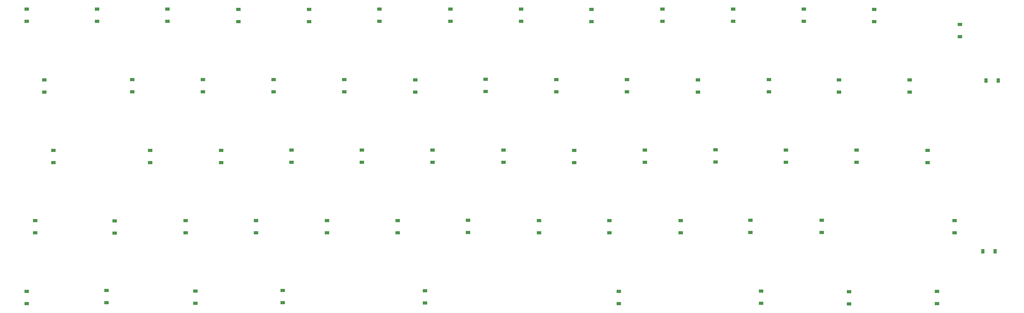
<source format=gbr>
%TF.GenerationSoftware,KiCad,Pcbnew,(6.0.7-1)-1*%
%TF.CreationDate,2022-09-29T18:34:29+02:00*%
%TF.ProjectId,staggered-keyboard,73746167-6765-4726-9564-2d6b6579626f,rev?*%
%TF.SameCoordinates,Original*%
%TF.FileFunction,Paste,Bot*%
%TF.FilePolarity,Positive*%
%FSLAX46Y46*%
G04 Gerber Fmt 4.6, Leading zero omitted, Abs format (unit mm)*
G04 Created by KiCad (PCBNEW (6.0.7-1)-1) date 2022-09-29 18:34:29*
%MOMM*%
%LPD*%
G01*
G04 APERTURE LIST*
%ADD10R,1.200000X0.900000*%
%ADD11R,0.900000X1.200000*%
G04 APERTURE END LIST*
D10*
%TO.C,D18*%
X170070000Y-172490000D03*
X170070000Y-169190000D03*
%TD*%
%TO.C,D40*%
X327190000Y-191520000D03*
X327190000Y-188220000D03*
%TD*%
%TO.C,D13*%
X331950000Y-153500000D03*
X331950000Y-150200000D03*
%TD*%
D11*
%TO.C,D28*%
X365330000Y-169400000D03*
X362030000Y-169400000D03*
%TD*%
D10*
%TO.C,D36*%
X251050000Y-191600000D03*
X251050000Y-188300000D03*
%TD*%
%TO.C,D59*%
X210880000Y-229570000D03*
X210880000Y-226270000D03*
%TD*%
%TO.C,D53*%
X317760000Y-210490000D03*
X317760000Y-207190000D03*
%TD*%
%TO.C,D10*%
X274860000Y-153450000D03*
X274860000Y-150150000D03*
%TD*%
%TO.C,D50*%
X260550000Y-210550000D03*
X260550000Y-207250000D03*
%TD*%
%TO.C,D35*%
X231990000Y-191550000D03*
X231990000Y-188250000D03*
%TD*%
%TO.C,D26*%
X322420000Y-172520000D03*
X322420000Y-169220000D03*
%TD*%
%TO.C,D21*%
X227180000Y-172420000D03*
X227180000Y-169120000D03*
%TD*%
%TO.C,D45*%
X165330000Y-210580000D03*
X165330000Y-207280000D03*
%TD*%
%TO.C,D23*%
X265330000Y-172450000D03*
X265330000Y-169150000D03*
%TD*%
%TO.C,D24*%
X284400000Y-172520000D03*
X284400000Y-169220000D03*
%TD*%
%TO.C,D15*%
X108210000Y-172550000D03*
X108210000Y-169250000D03*
%TD*%
%TO.C,D22*%
X246250000Y-172500000D03*
X246250000Y-169200000D03*
%TD*%
%TO.C,D32*%
X174900000Y-191550000D03*
X174900000Y-188250000D03*
%TD*%
%TO.C,D12*%
X312950000Y-153460000D03*
X312950000Y-150160000D03*
%TD*%
%TO.C,D2*%
X122430000Y-153420000D03*
X122430000Y-150120000D03*
%TD*%
%TO.C,D7*%
X217680000Y-153430000D03*
X217680000Y-150130000D03*
%TD*%
%TO.C,D4*%
X160570000Y-153530000D03*
X160570000Y-150230000D03*
%TD*%
%TO.C,D25*%
X303530000Y-172490000D03*
X303530000Y-169190000D03*
%TD*%
%TO.C,D55*%
X103480000Y-229730000D03*
X103480000Y-226430000D03*
%TD*%
%TO.C,D61*%
X301440000Y-229630000D03*
X301440000Y-226330000D03*
%TD*%
%TO.C,D8*%
X236760000Y-153400000D03*
X236760000Y-150100000D03*
%TD*%
%TO.C,D42*%
X105800000Y-210580000D03*
X105800000Y-207280000D03*
%TD*%
%TO.C,D16*%
X131950000Y-172490000D03*
X131950000Y-169190000D03*
%TD*%
%TO.C,D6*%
X198600000Y-153430000D03*
X198600000Y-150130000D03*
%TD*%
%TO.C,D33*%
X193810000Y-191550000D03*
X193810000Y-188250000D03*
%TD*%
%TO.C,D60*%
X263130000Y-229700000D03*
X263130000Y-226400000D03*
%TD*%
%TO.C,D57*%
X148950000Y-229660000D03*
X148950000Y-226360000D03*
%TD*%
%TO.C,D1*%
X103470000Y-153450000D03*
X103470000Y-150150000D03*
%TD*%
%TO.C,D34*%
X212850000Y-191550000D03*
X212850000Y-188250000D03*
%TD*%
%TO.C,D38*%
X289130000Y-191400000D03*
X289130000Y-188100000D03*
%TD*%
%TO.C,D43*%
X127220000Y-210630000D03*
X127220000Y-207330000D03*
%TD*%
%TO.C,D56*%
X125040000Y-229440000D03*
X125040000Y-226140000D03*
%TD*%
%TO.C,D51*%
X279730000Y-210550000D03*
X279730000Y-207250000D03*
%TD*%
%TO.C,D27*%
X341530000Y-172520000D03*
X341530000Y-169220000D03*
%TD*%
%TO.C,D14*%
X355070000Y-157570000D03*
X355070000Y-154270000D03*
%TD*%
%TO.C,D46*%
X184410000Y-210580000D03*
X184410000Y-207280000D03*
%TD*%
%TO.C,D49*%
X241570000Y-210610000D03*
X241570000Y-207310000D03*
%TD*%
%TO.C,D5*%
X179620000Y-153490000D03*
X179620000Y-150190000D03*
%TD*%
%TO.C,D30*%
X136770000Y-191600000D03*
X136770000Y-188300000D03*
%TD*%
%TO.C,D17*%
X151010000Y-172490000D03*
X151010000Y-169190000D03*
%TD*%
%TO.C,D29*%
X110650000Y-191600000D03*
X110650000Y-188300000D03*
%TD*%
%TO.C,D20*%
X208190000Y-172550000D03*
X208190000Y-169250000D03*
%TD*%
%TO.C,D9*%
X255760000Y-153470000D03*
X255760000Y-150170000D03*
%TD*%
%TO.C,D62*%
X325130000Y-229780000D03*
X325130000Y-226480000D03*
%TD*%
%TO.C,D58*%
X172500000Y-229440000D03*
X172500000Y-226140000D03*
%TD*%
%TO.C,D54*%
X353560000Y-210540000D03*
X353560000Y-207240000D03*
%TD*%
%TO.C,D3*%
X141460000Y-153450000D03*
X141460000Y-150150000D03*
%TD*%
%TO.C,D63*%
X348840000Y-229700000D03*
X348840000Y-226400000D03*
%TD*%
%TO.C,D44*%
X146310000Y-210580000D03*
X146310000Y-207280000D03*
%TD*%
%TO.C,D52*%
X298600000Y-210490000D03*
X298600000Y-207190000D03*
%TD*%
%TO.C,D39*%
X308150000Y-191520000D03*
X308150000Y-188220000D03*
%TD*%
%TO.C,D47*%
X203480000Y-210610000D03*
X203480000Y-207310000D03*
%TD*%
%TO.C,D37*%
X270120000Y-191500000D03*
X270120000Y-188200000D03*
%TD*%
%TO.C,D41*%
X346280000Y-191570000D03*
X346280000Y-188270000D03*
%TD*%
%TO.C,D48*%
X222490000Y-210500000D03*
X222490000Y-207200000D03*
%TD*%
%TO.C,D19*%
X189130000Y-172450000D03*
X189130000Y-169150000D03*
%TD*%
%TO.C,D31*%
X155880000Y-191600000D03*
X155880000Y-188300000D03*
%TD*%
D11*
%TO.C,D64*%
X361180000Y-215580000D03*
X364480000Y-215580000D03*
%TD*%
D10*
%TO.C,D11*%
X293930000Y-153430000D03*
X293930000Y-150130000D03*
%TD*%
M02*

</source>
